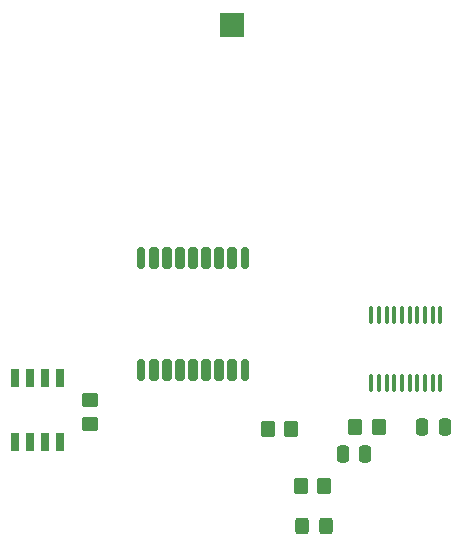
<source format=gbr>
%TF.GenerationSoftware,KiCad,Pcbnew,8.0.1*%
%TF.CreationDate,2025-07-31T15:37:34-05:00*%
%TF.ProjectId,GPS_board_v3,4750535f-626f-4617-9264-5f76332e6b69,rev?*%
%TF.SameCoordinates,Original*%
%TF.FileFunction,Paste,Top*%
%TF.FilePolarity,Positive*%
%FSLAX46Y46*%
G04 Gerber Fmt 4.6, Leading zero omitted, Abs format (unit mm)*
G04 Created by KiCad (PCBNEW 8.0.1) date 2025-07-31 15:37:34*
%MOMM*%
%LPD*%
G01*
G04 APERTURE LIST*
G04 Aperture macros list*
%AMRoundRect*
0 Rectangle with rounded corners*
0 $1 Rounding radius*
0 $2 $3 $4 $5 $6 $7 $8 $9 X,Y pos of 4 corners*
0 Add a 4 corners polygon primitive as box body*
4,1,4,$2,$3,$4,$5,$6,$7,$8,$9,$2,$3,0*
0 Add four circle primitives for the rounded corners*
1,1,$1+$1,$2,$3*
1,1,$1+$1,$4,$5*
1,1,$1+$1,$6,$7*
1,1,$1+$1,$8,$9*
0 Add four rect primitives between the rounded corners*
20,1,$1+$1,$2,$3,$4,$5,0*
20,1,$1+$1,$4,$5,$6,$7,0*
20,1,$1+$1,$6,$7,$8,$9,0*
20,1,$1+$1,$8,$9,$2,$3,0*%
G04 Aperture macros list end*
%ADD10R,0.650000X1.528000*%
%ADD11RoundRect,0.175000X0.175000X-0.725000X0.175000X0.725000X-0.175000X0.725000X-0.175000X-0.725000X0*%
%ADD12RoundRect,0.200000X0.200000X-0.700000X0.200000X0.700000X-0.200000X0.700000X-0.200000X-0.700000X0*%
%ADD13RoundRect,0.100000X0.100000X-0.637500X0.100000X0.637500X-0.100000X0.637500X-0.100000X-0.637500X0*%
%ADD14RoundRect,0.250000X-0.350000X-0.450000X0.350000X-0.450000X0.350000X0.450000X-0.350000X0.450000X0*%
%ADD15RoundRect,0.250000X0.450000X-0.350000X0.450000X0.350000X-0.450000X0.350000X-0.450000X-0.350000X0*%
%ADD16R,2.000000X2.000000*%
%ADD17RoundRect,0.250000X-0.250000X-0.475000X0.250000X-0.475000X0.250000X0.475000X-0.250000X0.475000X0*%
%ADD18RoundRect,0.250000X0.250000X0.475000X-0.250000X0.475000X-0.250000X-0.475000X0.250000X-0.475000X0*%
%ADD19RoundRect,0.250000X-0.325000X-0.450000X0.325000X-0.450000X0.325000X0.450000X-0.325000X0.450000X0*%
G04 APERTURE END LIST*
D10*
%TO.C,IC2*%
X133005000Y-114689000D03*
X131735000Y-114689000D03*
X130465000Y-114689000D03*
X129195000Y-114689000D03*
X129195000Y-120111000D03*
X130465000Y-120111000D03*
X131735000Y-120111000D03*
X133005000Y-120111000D03*
%TD*%
D11*
%TO.C,U5*%
X139900000Y-114050000D03*
D12*
X141000000Y-114050000D03*
X142100000Y-114050000D03*
X143200000Y-114050000D03*
X144300000Y-114050000D03*
X145400000Y-114050000D03*
X146500000Y-114050000D03*
X147600000Y-114050000D03*
D11*
X148700000Y-114050000D03*
X148700000Y-104550000D03*
D12*
X147600000Y-104550000D03*
X146500000Y-104550000D03*
X145400000Y-104550000D03*
X144300000Y-104550000D03*
X143200000Y-104550000D03*
X142100000Y-104550000D03*
X141000000Y-104550000D03*
D11*
X139900000Y-104550000D03*
%TD*%
D13*
%TO.C,U1*%
X159381000Y-115130500D03*
X160031000Y-115130500D03*
X160681000Y-115130500D03*
X161331000Y-115130500D03*
X161981000Y-115130500D03*
X162631000Y-115130500D03*
X163281000Y-115130500D03*
X163931000Y-115130500D03*
X164581000Y-115130500D03*
X165231000Y-115130500D03*
X165231000Y-109405500D03*
X164581000Y-109405500D03*
X163931000Y-109405500D03*
X163281000Y-109405500D03*
X162631000Y-109405500D03*
X161981000Y-109405500D03*
X161331000Y-109405500D03*
X160681000Y-109405500D03*
X160031000Y-109405500D03*
X159381000Y-109405500D03*
%TD*%
D14*
%TO.C,R9*%
X150600000Y-119000000D03*
X152600000Y-119000000D03*
%TD*%
D15*
%TO.C,R8*%
X135600000Y-118600000D03*
X135600000Y-116600000D03*
%TD*%
D14*
%TO.C,R1*%
X158004000Y-118872000D03*
X160004000Y-118872000D03*
%TD*%
D16*
%TO.C,A1*%
X147600000Y-84800000D03*
%TD*%
D14*
%TO.C,R10*%
X153400000Y-123815000D03*
X155400000Y-123815000D03*
%TD*%
D17*
%TO.C,C2*%
X163708000Y-118872000D03*
X165608000Y-118872000D03*
%TD*%
D18*
%TO.C,C1*%
X158872000Y-121158000D03*
X156972000Y-121158000D03*
%TD*%
D19*
%TO.C,D1*%
X153475000Y-127215000D03*
X155525000Y-127215000D03*
%TD*%
M02*

</source>
